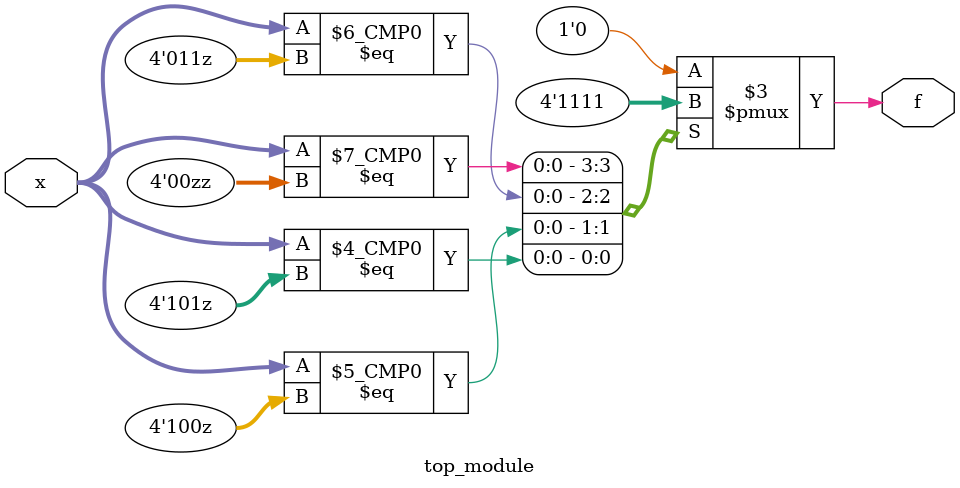
<source format=sv>
module top_module (
	input [4:1] x,
	output logic f
);

always_comb begin
    case(x)
        4'b00??: f = 1;
        4'b010?: f = 0;
        4'b011?: f = 1;
        4'b100?: f = 1;
        4'b101?: f = 1;
        default: f = 0;
    endcase
end
endmodule

</source>
